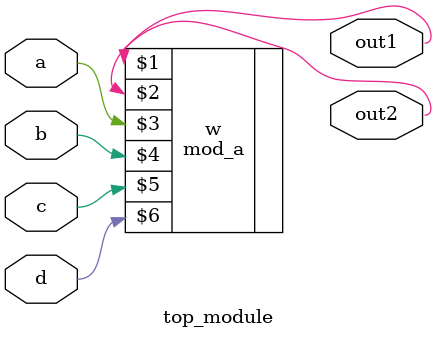
<source format=v>

module top_module ( 
    input a, 
    input b, 
    input c,
    input d,
    output out1,
    output out2
);
    mod_a w(out1,out2,a,b,c,d);
endmodule
</source>
